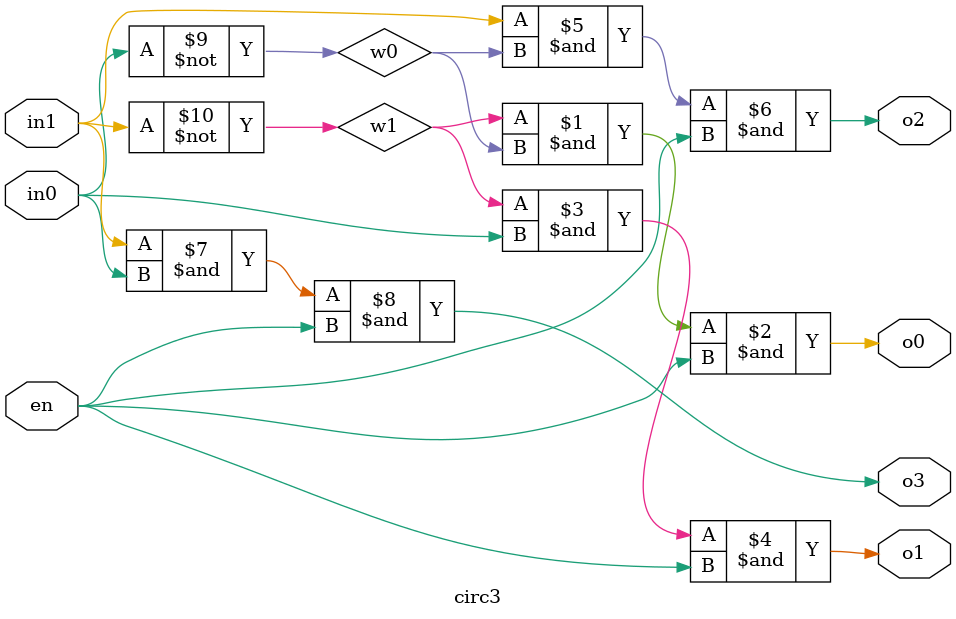
<source format=v>
module circ3(in0, in1, en, o0, o1, o2, o3);
  input in0;
  input in1;
  input en;

  output o0;
  output o1;
  output o2;
  output o3;
  
  wire w0;
  wire w1;

  not #(2) g1 (w0,in0);
  not #(2) g2 (w1,in1);

  and #(5) g3 (o0,w1,w0,en);
  and #(5) g4 (o1,w1,in0,en);
  and #(5) g5 (o2,in1,w0,en);
  and #(5) g6 (o3,in1,in0,en);
  
endmodule

</source>
